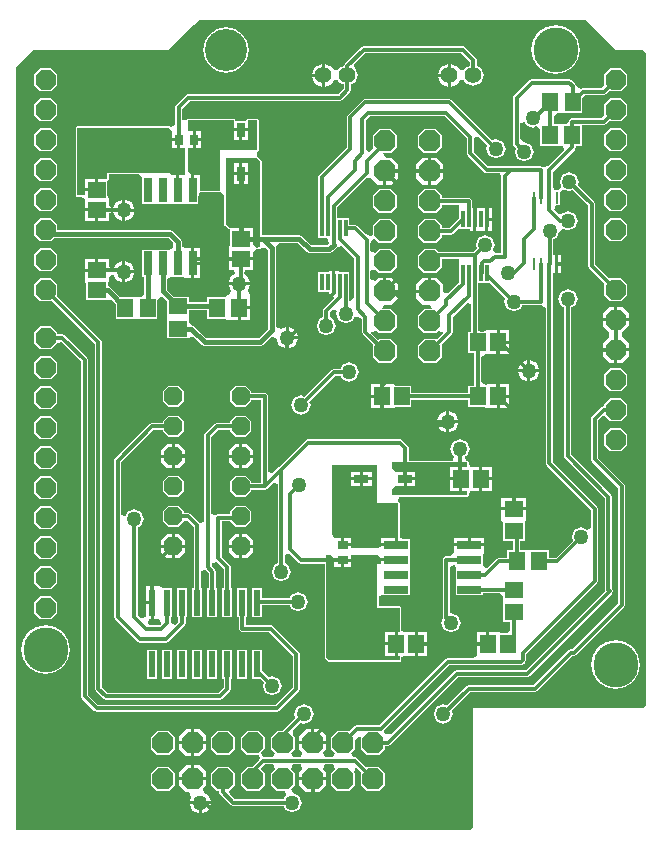
<source format=gtl>
%FSLAX24Y24*%
%MOIN*%
G70*
G01*
G75*
G04 Layer_Physical_Order=1*
G04 Layer_Color=255*
%ADD10R,0.0120X0.0570*%
%ADD11R,0.0280X0.0360*%
%ADD12R,0.0520X0.0600*%
%ADD13R,0.0100X0.0400*%
%ADD14R,0.0240X0.0870*%
%ADD15R,0.0520X0.0630*%
%ADD16R,0.0360X0.0280*%
%ADD17R,0.0480X0.0280*%
%ADD18R,0.0280X0.0480*%
%ADD19R,0.0800X0.0260*%
%ADD20R,0.0260X0.0800*%
%ADD21R,0.0630X0.0520*%
%ADD22R,0.0600X0.0520*%
%ADD23C,0.0120*%
%ADD24C,0.0150*%
%ADD25C,0.1500*%
%ADD26C,0.1400*%
G04:AMPARAMS|DCode=27|XSize=70mil|YSize=70mil|CornerRadius=0mil|HoleSize=0mil|Usage=FLASHONLY|Rotation=0.000|XOffset=0mil|YOffset=0mil|HoleType=Round|Shape=Octagon|*
%AMOCTAGOND27*
4,1,8,0.0350,-0.0175,0.0350,0.0175,0.0175,0.0350,-0.0175,0.0350,-0.0350,0.0175,-0.0350,-0.0175,-0.0175,-0.0350,0.0175,-0.0350,0.0350,-0.0175,0.0*
%
%ADD27OCTAGOND27*%

G04:AMPARAMS|DCode=28|XSize=70mil|YSize=70mil|CornerRadius=0mil|HoleSize=0mil|Usage=FLASHONLY|Rotation=90.000|XOffset=0mil|YOffset=0mil|HoleType=Round|Shape=Octagon|*
%AMOCTAGOND28*
4,1,8,0.0175,0.0350,-0.0175,0.0350,-0.0350,0.0175,-0.0350,-0.0175,-0.0175,-0.0350,0.0175,-0.0350,0.0350,-0.0175,0.0350,0.0175,0.0175,0.0350,0.0*
%
%ADD28OCTAGOND28*%

G04:AMPARAMS|DCode=29|XSize=60mil|YSize=60mil|CornerRadius=0mil|HoleSize=0mil|Usage=FLASHONLY|Rotation=0.000|XOffset=0mil|YOffset=0mil|HoleType=Round|Shape=Octagon|*
%AMOCTAGOND29*
4,1,8,0.0300,-0.0150,0.0300,0.0150,0.0150,0.0300,-0.0150,0.0300,-0.0300,0.0150,-0.0300,-0.0150,-0.0150,-0.0300,0.0150,-0.0300,0.0300,-0.0150,0.0*
%
%ADD29OCTAGOND29*%

%ADD30C,0.0560*%
G04:AMPARAMS|DCode=31|XSize=66mil|YSize=66mil|CornerRadius=0mil|HoleSize=0mil|Usage=FLASHONLY|Rotation=90.000|XOffset=0mil|YOffset=0mil|HoleType=Round|Shape=Octagon|*
%AMOCTAGOND31*
4,1,8,0.0165,0.0330,-0.0165,0.0330,-0.0330,0.0165,-0.0330,-0.0165,-0.0165,-0.0330,0.0165,-0.0330,0.0330,-0.0165,0.0330,0.0165,0.0165,0.0330,0.0*
%
%ADD31OCTAGOND31*%

%ADD32C,0.0500*%
G36*
X36700Y38600D02*
X37700Y37600D01*
X38594D01*
X38700Y37494D01*
X38700Y15756D01*
X38594Y15650D01*
X32950Y15650D01*
X32950Y11706D01*
X32844Y11600D01*
X17700D01*
Y37000D01*
X17817Y37129D01*
X18300Y37600D01*
X22775Y37600D01*
X23636Y38421D01*
X23800Y38600D01*
X24050D01*
X36700Y38600D01*
D02*
G37*
%LPC*%
G36*
X23125Y23400D02*
X22775D01*
X22600Y23225D01*
Y22875D01*
X22775Y22700D01*
X23125D01*
X23300Y22875D01*
Y23225D01*
X23125Y23400D01*
D02*
G37*
G36*
X33560Y23250D02*
X33250D01*
Y22900D01*
X33560D01*
Y23250D01*
D02*
G37*
G36*
X34715Y22660D02*
X34350D01*
Y22350D01*
X34715D01*
Y22660D01*
D02*
G37*
G36*
X18890Y23380D02*
X18510D01*
X18320Y23190D01*
Y22810D01*
X18510Y22620D01*
X18890D01*
X19080Y22810D01*
Y23190D01*
X18890Y23380D01*
D02*
G37*
G36*
Y24380D02*
X18510D01*
X18320Y24190D01*
Y23810D01*
X18510Y23620D01*
X18890D01*
X19080Y23810D01*
Y24190D01*
X18890Y24380D01*
D02*
G37*
G36*
X22900Y24000D02*
X22550D01*
Y23850D01*
X22750Y23650D01*
X22900D01*
Y24000D01*
D02*
G37*
G36*
X25375Y26400D02*
X25025D01*
X24850Y26225D01*
Y25875D01*
X25025Y25700D01*
X25375D01*
X25550Y25875D01*
Y25931D01*
X25881D01*
Y23169D01*
X25550D01*
Y23225D01*
X25375Y23400D01*
X25025D01*
X24850Y23225D01*
Y22875D01*
X25025Y22700D01*
X25375D01*
X25550Y22875D01*
Y22931D01*
X26000D01*
X26084Y22966D01*
X26292Y23174D01*
X26431Y23117D01*
Y20475D01*
X26320Y20430D01*
X26225Y20200D01*
X26320Y19970D01*
X26550Y19875D01*
X26780Y19970D01*
X26875Y20200D01*
X26780Y20430D01*
X26669Y20475D01*
Y20750D01*
X26819Y20813D01*
X27132Y20500D01*
X27216Y20465D01*
X27996D01*
X27996Y17356D01*
X28012Y17318D01*
X28012Y17318D01*
X28118Y17212D01*
X28156Y17196D01*
X28156Y17196D01*
X30500Y17196D01*
X30538Y17212D01*
X30554Y17250D01*
Y17366D01*
X30690Y17400D01*
X30690D01*
X30754D01*
X30815Y17400D01*
X31000D01*
Y17800D01*
Y18200D01*
X30900D01*
D01*
X30815D01*
X30754Y18200D01*
X30690D01*
X30690D01*
X30554Y18234D01*
Y19000D01*
X30538Y19038D01*
X30500Y19054D01*
X29804D01*
Y19386D01*
X29940Y19420D01*
X29954Y19420D01*
X30840D01*
Y19770D01*
X30840Y19780D01*
Y19850D01*
Y19920D01*
X30840Y19930D01*
Y20270D01*
X30840Y20280D01*
Y20350D01*
Y20420D01*
X30840Y20430D01*
Y20770D01*
X30840Y20780D01*
Y20850D01*
Y20920D01*
X30840Y20930D01*
Y21280D01*
X30643D01*
X30504Y21330D01*
Y22500D01*
X30488Y22538D01*
X30450Y22554D01*
X30470Y22696D01*
X32750D01*
X32788Y22712D01*
X32804Y22750D01*
Y22765D01*
X32840Y22900D01*
X32901D01*
X32965Y22900D01*
X33150D01*
Y23300D01*
Y23700D01*
X33000D01*
D01*
X32965D01*
X32901Y23700D01*
X32840D01*
X32804Y23835D01*
Y23850D01*
X32788Y23888D01*
X32750Y23904D01*
X32720D01*
X32690Y24054D01*
X32730Y24070D01*
X32825Y24300D01*
X32730Y24530D01*
X32500Y24625D01*
X32270Y24530D01*
X32175Y24300D01*
X32270Y24070D01*
X32310Y24054D01*
X32280Y23904D01*
X30797D01*
Y24322D01*
X30763Y24406D01*
X30584Y24584D01*
X30500Y24619D01*
X27450D01*
X27366Y24584D01*
X26466Y23684D01*
X26466Y23684D01*
X26258Y23476D01*
X26119Y23533D01*
Y26050D01*
X26084Y26134D01*
X26000Y26169D01*
X25550D01*
Y26225D01*
X25375Y26400D01*
D02*
G37*
G36*
X33560Y23700D02*
X33250D01*
Y23350D01*
X33560D01*
Y23700D01*
D02*
G37*
G36*
X34250Y22660D02*
X33885D01*
Y22350D01*
X34250D01*
Y22660D01*
D02*
G37*
G36*
X22900Y21450D02*
X22750D01*
X22550Y21250D01*
Y21100D01*
X22900D01*
Y21450D01*
D02*
G37*
G36*
X23150D02*
X23000D01*
Y21100D01*
X23350D01*
Y21250D01*
X23150Y21450D01*
D02*
G37*
G36*
X25150Y21000D02*
X24800D01*
Y20850D01*
X25000Y20650D01*
X25150D01*
Y21000D01*
D02*
G37*
G36*
X25600D02*
X25250D01*
Y20650D01*
X25400D01*
X25600Y20850D01*
Y21000D01*
D02*
G37*
G36*
X25150Y21450D02*
X25000D01*
X24800Y21250D01*
Y21100D01*
X25150D01*
Y21450D01*
D02*
G37*
G36*
X33310Y21330D02*
X32860D01*
Y21150D01*
X33310D01*
Y21330D01*
D02*
G37*
G36*
X18890Y22380D02*
X18510D01*
X18320Y22190D01*
Y21810D01*
X18510Y21620D01*
X18890D01*
X19080Y21810D01*
Y22190D01*
X18890Y22380D01*
D02*
G37*
G36*
X25400Y21450D02*
X25250D01*
Y21100D01*
X25600D01*
Y21250D01*
X25400Y21450D01*
D02*
G37*
G36*
X32760Y21330D02*
X32310D01*
Y21150D01*
X32760D01*
Y21330D01*
D02*
G37*
G36*
X23350Y24000D02*
X23000D01*
Y23650D01*
X23150D01*
X23350Y23850D01*
Y24000D01*
D02*
G37*
G36*
X32458Y25150D02*
X32150D01*
Y24842D01*
X32368Y24932D01*
X32458Y25150D01*
D02*
G37*
G36*
X37890Y25980D02*
X37510D01*
X37320Y25790D01*
Y25719D01*
X37300D01*
X37216Y25684D01*
X36916Y25384D01*
X36881Y25300D01*
Y23950D01*
X36916Y23866D01*
X37781Y23001D01*
Y19149D01*
X36251Y17619D01*
X36200D01*
X36116Y17584D01*
X34951Y16419D01*
X32800D01*
X32716Y16384D01*
X32061Y15729D01*
X31950Y15775D01*
X31720Y15680D01*
X31625Y15450D01*
X31720Y15220D01*
X31950Y15125D01*
X32180Y15220D01*
X32275Y15450D01*
X32229Y15561D01*
X32849Y16181D01*
X35000D01*
X35084Y16216D01*
X36249Y17381D01*
X36300D01*
X36384Y17416D01*
X37984Y19016D01*
X38019Y19100D01*
Y23050D01*
X37984Y23134D01*
X37119Y23999D01*
Y25251D01*
X37291Y25422D01*
X37320Y25410D01*
X37510Y25220D01*
X37890D01*
X38080Y25410D01*
Y25790D01*
X37890Y25980D01*
D02*
G37*
G36*
X25375Y25400D02*
X25025D01*
X24850Y25225D01*
Y25169D01*
X24400D01*
X24316Y25134D01*
X24016Y24834D01*
X23981Y24750D01*
Y21872D01*
X23849Y21838D01*
X23831Y21837D01*
X23534Y22134D01*
X23450Y22169D01*
X23300D01*
Y22225D01*
X23125Y22400D01*
X22775D01*
X22600Y22225D01*
Y21875D01*
X22775Y21700D01*
X23125D01*
X23300Y21875D01*
X23450Y21882D01*
X23631Y21701D01*
Y19659D01*
X23580D01*
Y18689D01*
X23920D01*
Y19659D01*
X23869D01*
Y20228D01*
X24001Y20262D01*
X24019Y20263D01*
X24131Y20151D01*
Y19659D01*
X24080D01*
Y18689D01*
X24420D01*
Y19659D01*
X24369D01*
Y20200D01*
X24334Y20284D01*
X24232Y20386D01*
X24246Y20498D01*
X24394Y20538D01*
X24631Y20301D01*
Y19659D01*
X24580D01*
Y18689D01*
X24920D01*
Y19659D01*
X24869D01*
Y20350D01*
X24834Y20434D01*
X24569Y20699D01*
Y21881D01*
X24850D01*
Y21875D01*
X25025Y21700D01*
X25375D01*
X25550Y21875D01*
Y22225D01*
X25375Y22400D01*
X25025D01*
X24850Y22225D01*
Y22119D01*
X24450D01*
X24366Y22084D01*
X24219Y22122D01*
Y24701D01*
X24449Y24931D01*
X24850D01*
Y24875D01*
X25025Y24700D01*
X25375D01*
X25550Y24875D01*
Y25225D01*
X25375Y25400D01*
D02*
G37*
G36*
X32050Y25150D02*
X31742D01*
X31832Y24932D01*
X32050Y24842D01*
Y25150D01*
D02*
G37*
G36*
Y25558D02*
X31832Y25468D01*
X31742Y25250D01*
X32050D01*
Y25558D01*
D02*
G37*
G36*
X29850Y26000D02*
X29540D01*
Y25650D01*
X29850D01*
Y26000D01*
D02*
G37*
G36*
X34135D02*
X33825D01*
Y25650D01*
X34135D01*
Y26000D01*
D02*
G37*
G36*
X32150Y25558D02*
Y25250D01*
X32458D01*
X32368Y25468D01*
X32150Y25558D01*
D02*
G37*
G36*
X18890Y26380D02*
X18510D01*
X18320Y26190D01*
Y25810D01*
X18510Y25620D01*
X18890D01*
X19080Y25810D01*
Y26190D01*
X18890Y26380D01*
D02*
G37*
G36*
X22900Y24450D02*
X22750D01*
X22550Y24250D01*
Y24100D01*
X22900D01*
Y24450D01*
D02*
G37*
G36*
X23150D02*
X23000D01*
Y24100D01*
X23350D01*
Y24250D01*
X23150Y24450D01*
D02*
G37*
G36*
X25150Y24000D02*
X24800D01*
Y23850D01*
X25000Y23650D01*
X25150D01*
Y24000D01*
D02*
G37*
G36*
X25600D02*
X25250D01*
Y23650D01*
X25400D01*
X25600Y23850D01*
Y24000D01*
D02*
G37*
G36*
X25150Y24450D02*
X25000D01*
X24800Y24250D01*
Y24100D01*
X25150D01*
Y24450D01*
D02*
G37*
G36*
X18890Y25380D02*
X18510D01*
X18320Y25190D01*
Y24810D01*
X18510Y24620D01*
X18890D01*
X19080Y24810D01*
Y25190D01*
X18890Y25380D01*
D02*
G37*
G36*
X23125Y25400D02*
X22775D01*
X22600Y25225D01*
Y25169D01*
X22250D01*
X22166Y25134D01*
X21016Y23984D01*
X20981Y23900D01*
Y18700D01*
X21016Y18616D01*
X21766Y17866D01*
X21850Y17831D01*
X22700D01*
X22784Y17866D01*
X23334Y18416D01*
X23344Y18440D01*
X23369Y18500D01*
Y18689D01*
X23420D01*
Y19659D01*
X23080D01*
Y18689D01*
X23105D01*
X23120Y18539D01*
X22996Y18414D01*
X22869Y18499D01*
X22869Y18500D01*
Y18689D01*
X22920D01*
Y19659D01*
X22620D01*
X22599Y19659D01*
X22470Y19709D01*
X22469D01*
X22451Y19709D01*
X22300D01*
Y19174D01*
Y18639D01*
X22451D01*
X22469Y18639D01*
X22470D01*
X22522Y18604D01*
X22537Y18455D01*
X22501Y18419D01*
X22156D01*
X22103Y18489D01*
X22153Y18612D01*
X22177Y18639D01*
X22200D01*
Y19124D01*
X22030D01*
Y18773D01*
Y18773D01*
X22030Y18763D01*
X22030Y18719D01*
Y18713D01*
Y18701D01*
X22024Y18698D01*
X22013Y18694D01*
X21999Y18688D01*
X21940Y18663D01*
X21940Y18663D01*
X21880Y18638D01*
X21769Y18749D01*
Y21675D01*
X21880Y21720D01*
X21975Y21950D01*
X21880Y22180D01*
X21650Y22275D01*
X21420Y22180D01*
X21369Y22056D01*
X21219Y22086D01*
Y23851D01*
X22299Y24931D01*
X22600D01*
Y24875D01*
X22775Y24700D01*
X23125D01*
X23300Y24875D01*
Y25225D01*
X23125Y25400D01*
D02*
G37*
G36*
X25400Y24450D02*
X25250D01*
Y24100D01*
X25600D01*
Y24250D01*
X25400Y24450D01*
D02*
G37*
G36*
X37890Y24980D02*
X37510D01*
X37320Y24790D01*
Y24410D01*
X37510Y24220D01*
X37890D01*
X38080Y24410D01*
Y24790D01*
X37890Y24980D01*
D02*
G37*
G36*
X24800Y14900D02*
X24400D01*
X24200Y14700D01*
Y14300D01*
X24400Y14100D01*
X24800D01*
X25000Y14300D01*
Y14700D01*
X24800Y14900D01*
D02*
G37*
G36*
X23550Y14950D02*
X23375D01*
X23150Y14725D01*
Y14550D01*
X23550D01*
Y14950D01*
D02*
G37*
G36*
X24050Y14450D02*
X23650D01*
Y14050D01*
X23825D01*
X24050Y14275D01*
Y14450D01*
D02*
G37*
G36*
X22800Y14900D02*
X22400D01*
X22200Y14700D01*
Y14300D01*
X22400Y14100D01*
X22800D01*
X23000Y14300D01*
Y14700D01*
X22800Y14900D01*
D02*
G37*
G36*
X23825Y14950D02*
X23650D01*
Y14550D01*
X24050D01*
Y14725D01*
X23825Y14950D01*
D02*
G37*
G36*
X18890Y28380D02*
X18510D01*
X18320Y28190D01*
Y27810D01*
X18510Y27620D01*
X18890D01*
X19080Y27810D01*
Y27810D01*
X19230Y27852D01*
X19881Y27201D01*
Y16050D01*
X19916Y15966D01*
X20316Y15566D01*
X20340Y15556D01*
X20400Y15531D01*
X26400D01*
X26484Y15566D01*
X27134Y16216D01*
X27169Y16300D01*
Y17450D01*
X27134Y17534D01*
X26284Y18384D01*
X26200Y18419D01*
X25369D01*
Y18689D01*
X25420D01*
Y19659D01*
X25080D01*
Y18689D01*
X25131D01*
Y18300D01*
X25166Y18216D01*
X25250Y18181D01*
X26151D01*
X26931Y17401D01*
Y16349D01*
X26351Y15769D01*
X20449D01*
X20119Y16099D01*
Y27250D01*
X20084Y27334D01*
X19334Y28084D01*
X19250Y28119D01*
X19080D01*
Y28190D01*
X18890Y28380D01*
D02*
G37*
G36*
Y29980D02*
X18510D01*
X18320Y29790D01*
Y29410D01*
X18510Y29220D01*
X18890D01*
X18901Y29231D01*
X20331Y27801D01*
Y16300D01*
X20366Y16216D01*
X20616Y15966D01*
X20640Y15956D01*
X20700Y15931D01*
X24500D01*
X24584Y15966D01*
X24834Y16216D01*
X24844Y16240D01*
X24869Y16300D01*
Y16635D01*
X24920D01*
Y17605D01*
X24580D01*
Y16635D01*
X24631D01*
Y16349D01*
X24451Y16169D01*
X20749D01*
X20569Y16349D01*
Y27850D01*
X20534Y27934D01*
X19069Y29399D01*
X19080Y29410D01*
Y29790D01*
X18890Y29980D01*
D02*
G37*
G36*
X27550Y14950D02*
X27375D01*
X27150Y14725D01*
Y14550D01*
X27550D01*
Y14950D01*
D02*
G37*
G36*
X27825D02*
X27650D01*
Y14550D01*
X28050D01*
Y14725D01*
X27825Y14950D01*
D02*
G37*
G36*
X24050Y13250D02*
X23150D01*
Y13075D01*
X23375Y12850D01*
X23468D01*
X23554Y12700D01*
X23492Y12550D01*
X24208D01*
X24118Y12768D01*
X23977Y12826D01*
X23948Y12973D01*
X24050Y13075D01*
Y13250D01*
D02*
G37*
G36*
X27550D02*
X27150D01*
Y13075D01*
X27375Y12850D01*
X27550D01*
Y13250D01*
D02*
G37*
G36*
X23800Y12450D02*
X23492D01*
X23582Y12232D01*
X23800Y12142D01*
Y12450D01*
D02*
G37*
G36*
X24208D02*
X23900D01*
Y12142D01*
X24118Y12232D01*
X24208Y12450D01*
D02*
G37*
G36*
X28050Y13250D02*
X27650D01*
Y12850D01*
X27825D01*
X28050Y13075D01*
Y13250D01*
D02*
G37*
G36*
X23825Y13750D02*
X23650D01*
Y13350D01*
X24050D01*
Y13525D01*
X23825Y13750D01*
D02*
G37*
G36*
X23550Y14450D02*
X23150D01*
Y14275D01*
X23375Y14050D01*
X23550D01*
Y14450D01*
D02*
G37*
G36*
X22800Y13700D02*
X22400D01*
X22200Y13500D01*
Y13100D01*
X22400Y12900D01*
X22800D01*
X23000Y13100D01*
Y13500D01*
X22800Y13700D01*
D02*
G37*
G36*
X23550Y13750D02*
X23375D01*
X23150Y13525D01*
Y13350D01*
X23550D01*
Y13750D01*
D02*
G37*
G36*
X25920Y17605D02*
X25580D01*
Y16635D01*
X25847D01*
X25971Y16511D01*
X25925Y16400D01*
X26020Y16170D01*
X26250Y16075D01*
X26480Y16170D01*
X26575Y16400D01*
X26480Y16630D01*
X26250Y16725D01*
X26139Y16679D01*
X25920Y16898D01*
Y17605D01*
D02*
G37*
G36*
X18890Y19380D02*
X18510D01*
X18320Y19190D01*
Y18810D01*
X18510Y18620D01*
X18890D01*
X19080Y18810D01*
Y19190D01*
X18890Y19380D01*
D02*
G37*
G36*
X25920Y19659D02*
X25580D01*
Y18689D01*
X25920D01*
Y19081D01*
X26825D01*
X26870Y18970D01*
X27100Y18875D01*
X27330Y18970D01*
X27425Y19200D01*
X27330Y19430D01*
X27100Y19525D01*
X26870Y19430D01*
X26825Y19319D01*
X25920D01*
Y19659D01*
D02*
G37*
G36*
X31410Y18200D02*
X31100D01*
Y17850D01*
X31410D01*
Y18200D01*
D02*
G37*
G36*
X33375D02*
X33065D01*
Y17850D01*
X33375D01*
Y18200D01*
D02*
G37*
G36*
X22200Y19709D02*
X22030D01*
Y19224D01*
X22200D01*
Y19709D01*
D02*
G37*
G36*
X22900Y21000D02*
X22550D01*
Y20850D01*
X22750Y20650D01*
X22900D01*
Y21000D01*
D02*
G37*
G36*
X23350D02*
X23000D01*
Y20650D01*
X23150D01*
X23350Y20850D01*
Y21000D01*
D02*
G37*
G36*
X18890Y20380D02*
X18510D01*
X18320Y20190D01*
Y19810D01*
X18510Y19620D01*
X18890D01*
X19080Y19810D01*
Y20190D01*
X18890Y20380D01*
D02*
G37*
G36*
Y21380D02*
X18510D01*
X18320Y21190D01*
Y20810D01*
X18510Y20620D01*
X18890D01*
X19080Y20810D01*
Y21190D01*
X18890Y21380D01*
D02*
G37*
G36*
X22920Y17605D02*
X22580D01*
Y16635D01*
X22920D01*
Y17605D01*
D02*
G37*
G36*
X23420D02*
X23080D01*
Y16635D01*
X23420D01*
Y17605D01*
D02*
G37*
G36*
X37700Y17916D02*
X37388Y17854D01*
X37123Y17677D01*
X36946Y17412D01*
X36884Y17100D01*
X36946Y16788D01*
X37123Y16523D01*
X37388Y16346D01*
X37700Y16284D01*
X38012Y16346D01*
X38277Y16523D01*
X38454Y16788D01*
X38516Y17100D01*
X38454Y17412D01*
X38277Y17677D01*
X38012Y17854D01*
X37700Y17916D01*
D02*
G37*
G36*
X22420Y17605D02*
X22080D01*
Y16635D01*
X22420D01*
Y17605D01*
D02*
G37*
G36*
X23920D02*
X23580D01*
Y16635D01*
X23920D01*
Y17605D01*
D02*
G37*
G36*
X18700Y18416D02*
X18388Y18354D01*
X18123Y18177D01*
X17946Y17912D01*
X17884Y17600D01*
X17946Y17288D01*
X18123Y17023D01*
X18388Y16846D01*
X18700Y16784D01*
X19012Y16846D01*
X19277Y17023D01*
X19454Y17288D01*
X19516Y17600D01*
X19454Y17912D01*
X19277Y18177D01*
X19012Y18354D01*
X18700Y18416D01*
D02*
G37*
G36*
X31410Y17750D02*
X31100D01*
Y17400D01*
X31410D01*
Y17750D01*
D02*
G37*
G36*
X24420Y17605D02*
X24080D01*
Y16635D01*
X24420D01*
Y17605D01*
D02*
G37*
G36*
X25420D02*
X25080D01*
Y16635D01*
X25420D01*
Y17605D01*
D02*
G37*
G36*
X33560Y32335D02*
X33450D01*
Y32000D01*
X33560D01*
Y32335D01*
D02*
G37*
G36*
X30200Y32950D02*
X29800D01*
X29600Y32750D01*
Y32350D01*
X29800Y32150D01*
X30200D01*
X30400Y32350D01*
Y32750D01*
X30200Y32950D01*
D02*
G37*
G36*
X21658Y32200D02*
X21350D01*
Y31892D01*
X21568Y31982D01*
X21629Y32130D01*
X21658Y32200D01*
D02*
G37*
G36*
X20350Y32210D02*
X20000D01*
Y31900D01*
X20350D01*
Y32210D01*
D02*
G37*
G36*
X21350Y32608D02*
Y32300D01*
X21658D01*
X21568Y32518D01*
X21350Y32608D01*
D02*
G37*
G36*
X30450Y33500D02*
X30050D01*
Y33100D01*
X30225D01*
X30450Y33325D01*
Y33500D01*
D02*
G37*
G36*
X18890Y32980D02*
X18510D01*
X18320Y32790D01*
Y32410D01*
X18510Y32220D01*
X18890D01*
X19080Y32410D01*
Y32790D01*
X18890Y32980D01*
D02*
G37*
G36*
X37890D02*
X37510D01*
X37320Y32790D01*
Y32410D01*
X37510Y32220D01*
X37890D01*
X38080Y32410D01*
Y32790D01*
X37890Y32980D01*
D02*
G37*
G36*
X31700Y32950D02*
X31300D01*
X31100Y32750D01*
Y32350D01*
X31300Y32150D01*
X31700D01*
X31900Y32350D01*
Y32431D01*
X32480D01*
X32490Y32285D01*
X32490Y32285D01*
X32490Y32285D01*
Y32008D01*
X32151Y31669D01*
X31900D01*
Y31750D01*
X31700Y31950D01*
X31300D01*
X31100Y31750D01*
Y31350D01*
X31300Y31150D01*
X31700D01*
X31900Y31350D01*
Y31431D01*
X32200D01*
X32284Y31466D01*
X32367Y31549D01*
X32490Y31615D01*
Y31615D01*
X32490Y31615D01*
X32840D01*
Y31565D01*
X32950D01*
Y31950D01*
Y32335D01*
X32919D01*
Y32550D01*
X32884Y32634D01*
X32800Y32669D01*
X31900D01*
Y32750D01*
X31700Y32950D01*
D02*
G37*
G36*
X20350Y30610D02*
X20000D01*
Y30300D01*
X20350D01*
Y30610D01*
D02*
G37*
G36*
X35890Y30742D02*
X35790D01*
Y30492D01*
X35890D01*
Y30742D01*
D02*
G37*
G36*
X18890Y30980D02*
X18510D01*
X18320Y30790D01*
Y30410D01*
X18510Y30220D01*
X18890D01*
X19080Y30410D01*
Y30790D01*
X18890Y30980D01*
D02*
G37*
G36*
X21350Y30558D02*
Y30250D01*
X21658D01*
X21568Y30468D01*
X21350Y30558D01*
D02*
G37*
G36*
X33160Y32335D02*
Y32335D01*
X33050D01*
Y31950D01*
Y31565D01*
X33160D01*
Y31565D01*
X33240D01*
Y31565D01*
X33350D01*
Y31950D01*
Y32335D01*
X33240D01*
Y32335D01*
X33160D01*
D02*
G37*
G36*
X33560Y31900D02*
X33450D01*
Y31565D01*
X33560D01*
Y31900D01*
D02*
G37*
G36*
X23650Y30990D02*
Y30540D01*
X23830D01*
Y30990D01*
X23650D01*
D02*
G37*
G36*
X37890Y31980D02*
X37510D01*
X37320Y31790D01*
Y31410D01*
X37510Y31220D01*
X37890D01*
X38080Y31410D01*
Y31790D01*
X37890Y31980D01*
D02*
G37*
G36*
X31450Y33500D02*
X31050D01*
Y33325D01*
X31275Y33100D01*
X31450D01*
Y33500D01*
D02*
G37*
G36*
X32100Y36700D02*
X31759D01*
X31859Y36459D01*
X32100Y36359D01*
Y36700D01*
D02*
G37*
G36*
X35700Y38416D02*
X35388Y38354D01*
X35123Y38177D01*
X34946Y37912D01*
X34884Y37600D01*
X34946Y37288D01*
X35123Y37023D01*
X35388Y36846D01*
X35700Y36784D01*
X36012Y36846D01*
X36277Y37023D01*
X36454Y37288D01*
X36516Y37600D01*
X36454Y37912D01*
X36277Y38177D01*
X36012Y38354D01*
X35700Y38416D01*
D02*
G37*
G36*
X18890Y36980D02*
X18510D01*
X18320Y36790D01*
Y36410D01*
X18510Y36220D01*
X18890D01*
X19080Y36410D01*
Y36790D01*
X18890Y36980D01*
D02*
G37*
G36*
X27900Y36700D02*
X27559D01*
X27659Y36459D01*
X27900Y36359D01*
Y36700D01*
D02*
G37*
G36*
X24700Y38365D02*
X24407Y38306D01*
X24159Y38141D01*
X23994Y37893D01*
X23935Y37600D01*
X23994Y37307D01*
X24159Y37059D01*
X24407Y36894D01*
X24700Y36835D01*
X24993Y36894D01*
X25241Y37059D01*
X25406Y37307D01*
X25465Y37600D01*
X25406Y37893D01*
X25241Y38141D01*
X24993Y38306D01*
X24700Y38365D01*
D02*
G37*
G36*
X32600Y37719D02*
X29300D01*
X29216Y37684D01*
X28660Y37128D01*
X28632Y37061D01*
X28491Y37003D01*
X28455Y36916D01*
X28293D01*
X28241Y37041D01*
X28000Y37141D01*
Y36750D01*
Y36359D01*
X28241Y36459D01*
X28293Y36584D01*
X28455D01*
X28491Y36497D01*
X28625Y36442D01*
Y36293D01*
X28451Y36119D01*
X23450D01*
X23366Y36084D01*
X23050Y35768D01*
X23015Y35684D01*
Y35075D01*
X22884Y35033D01*
X22865Y35030D01*
X22863Y35032D01*
X22860Y35038D01*
X22846Y35044D01*
X22835Y35053D01*
X22828Y35052D01*
X22822Y35054D01*
X19750D01*
X19712Y35038D01*
X19696Y35000D01*
Y32750D01*
X19712Y32712D01*
X19750Y32696D01*
X19881D01*
X20000Y32620D01*
Y32556D01*
X20000Y32500D01*
D01*
Y32495D01*
D01*
Y32310D01*
X20400D01*
Y32260D01*
X20450D01*
Y31900D01*
X20800D01*
Y32090D01*
Y32151D01*
X20950Y32180D01*
X20950Y32180D01*
D01*
X21032Y31982D01*
X21250Y31892D01*
Y32250D01*
Y32608D01*
X21032Y32518D01*
X20950Y32320D01*
X20916Y32326D01*
Y32326D01*
X20916Y32326D01*
Y32326D01*
X20916D01*
X20800Y32410D01*
Y32495D01*
X20800Y32556D01*
Y32620D01*
X20750Y32749D01*
Y32770D01*
Y33241D01*
X20788Y33256D01*
X20804Y33295D01*
Y33446D01*
X21806D01*
X21920Y33360D01*
X21920Y33296D01*
Y32460D01*
X22270D01*
X22280Y32460D01*
X22350D01*
X22420D01*
X22430Y32460D01*
X22770D01*
X22780Y32460D01*
X22850D01*
X22920D01*
X22930Y32460D01*
X23270D01*
X23280Y32460D01*
X23280Y32460D01*
X23420D01*
Y32460D01*
X23420Y32460D01*
X23780D01*
Y32707D01*
X23830Y32846D01*
X24496D01*
X24501Y32846D01*
X24646Y32773D01*
Y31769D01*
X24648Y31764D01*
X24647Y31760D01*
X24655Y31746D01*
X24662Y31730D01*
X24666Y31729D01*
X24668Y31725D01*
X24818Y31616D01*
X24835Y31612D01*
X24850Y31606D01*
Y31135D01*
Y31115D01*
X24800Y30985D01*
Y30921D01*
X24800Y30861D01*
Y30675D01*
X25600D01*
Y30844D01*
X25604Y30850D01*
X25627Y30879D01*
X25695Y30939D01*
X25712Y30953D01*
X25715Y30953D01*
X25750Y30955D01*
X25853Y30961D01*
X25870Y30969D01*
X25888Y30976D01*
X25910Y30985D01*
X25982Y31008D01*
X25992Y31009D01*
X26115Y30898D01*
Y28306D01*
X25794Y27985D01*
X24056D01*
X23650Y28392D01*
X23554Y28431D01*
X23465Y28520D01*
Y28590D01*
X23465Y28606D01*
Y28673D01*
Y28740D01*
X23465Y28756D01*
Y28915D01*
X24086D01*
Y28635D01*
X24640D01*
X24661Y28635D01*
X24790Y28585D01*
X24794D01*
X24835Y28585D01*
X25100D01*
Y29000D01*
X25150D01*
Y29050D01*
X25510D01*
Y29415D01*
D01*
X25497D01*
D01*
D01*
X25431Y29565D01*
D01*
D01*
X25508Y29750D01*
X24792D01*
X24869Y29565D01*
X24803Y29415D01*
X24794D01*
X24790D01*
X24661Y29365D01*
X24640Y29365D01*
X24086D01*
Y29185D01*
X23465D01*
Y29360D01*
X22981D01*
X22735Y29606D01*
Y29904D01*
X22756Y29966D01*
X22885Y30040D01*
X22920D01*
X22930Y30040D01*
X23220D01*
X23241Y30040D01*
X23370Y29990D01*
X23373D01*
X23409Y29990D01*
X23550D01*
Y30490D01*
Y30990D01*
X23409D01*
X23373Y30990D01*
X23370D01*
X23370D01*
X23235Y31027D01*
Y31200D01*
X23196Y31296D01*
X22946Y31546D01*
X22850Y31585D01*
X19080D01*
Y31790D01*
X18890Y31980D01*
X18510D01*
X18320Y31790D01*
Y31410D01*
X18510Y31220D01*
X18890D01*
X18985Y31315D01*
X22794D01*
X22954Y31154D01*
X22933Y31007D01*
X22815Y30940D01*
X22780D01*
X22770Y30940D01*
X22430D01*
X22420Y30940D01*
X22350D01*
X22280D01*
X22270Y30940D01*
X21920D01*
Y30040D01*
X21965D01*
Y29471D01*
X21859Y29365D01*
X21806D01*
X21790Y29365D01*
X21723D01*
X21656D01*
X21640Y29365D01*
X21172D01*
X20866Y29671D01*
X20771Y29711D01*
X20786Y29854D01*
X20800Y29890D01*
Y29954D01*
X20800Y30015D01*
Y30040D01*
X20916Y30124D01*
X20916D01*
Y30124D01*
X20916Y30124D01*
Y30124D01*
X20950Y30130D01*
X21032Y29932D01*
X21250Y29842D01*
Y30200D01*
Y30558D01*
X21032Y30468D01*
X20950Y30270D01*
X20916Y30276D01*
Y30276D01*
X20916Y30276D01*
Y30276D01*
X20916D01*
X20800Y30360D01*
Y30610D01*
X20450D01*
Y30250D01*
X20400D01*
Y30200D01*
X20000D01*
Y30015D01*
X20000Y29954D01*
Y29890D01*
X20050Y29761D01*
Y29740D01*
Y29265D01*
X20750D01*
X20750Y29265D01*
Y29265D01*
X20897Y29258D01*
X21036Y29119D01*
Y28635D01*
X21640D01*
X21656Y28635D01*
X21723D01*
X21790D01*
X21806Y28635D01*
X22410D01*
Y29223D01*
X22410Y29226D01*
X22410Y29226D01*
X22410Y29249D01*
X22547Y29369D01*
X22593Y29366D01*
X22593D01*
X22735Y29224D01*
Y28756D01*
X22735Y28740D01*
Y28673D01*
Y28606D01*
X22735Y28590D01*
Y27986D01*
X23465D01*
Y27986D01*
X23615Y28044D01*
X23904Y27754D01*
X24000Y27715D01*
X25850D01*
X25946Y27754D01*
X26233Y28041D01*
X26381Y27977D01*
X26482Y27732D01*
X26700Y27642D01*
Y28000D01*
Y28358D01*
X26535Y28290D01*
X26385Y28367D01*
Y31000D01*
X26379Y31015D01*
X26473Y31165D01*
X27094D01*
X27404Y30854D01*
X27500Y30815D01*
X28150D01*
X28246Y30854D01*
X28396Y31004D01*
X28401Y31018D01*
X28574Y31058D01*
X28981Y30651D01*
Y29327D01*
X28831Y29237D01*
X28819Y29243D01*
Y29850D01*
X28810Y29872D01*
Y30185D01*
X28460D01*
Y30235D01*
X28350D01*
Y29850D01*
X28250D01*
Y30235D01*
X28140D01*
Y30185D01*
X27790D01*
Y29515D01*
X28140D01*
Y29465D01*
X28234D01*
X28297Y29315D01*
X27966Y28984D01*
X27931Y28900D01*
Y28675D01*
X27820Y28630D01*
X27725Y28400D01*
X27820Y28170D01*
X28050Y28075D01*
X28280Y28170D01*
X28375Y28400D01*
X28280Y28630D01*
X28169Y28675D01*
Y28851D01*
X28280Y28961D01*
X28407Y28876D01*
X28375Y28800D01*
X28470Y28570D01*
X28700Y28475D01*
X28930Y28570D01*
X28973Y28676D01*
X29118Y28707D01*
X29231Y28609D01*
Y28200D01*
X29266Y28116D01*
X29616Y27766D01*
X29600Y27750D01*
Y27350D01*
X29800Y27150D01*
X30200D01*
X30400Y27350D01*
Y27750D01*
X30200Y27950D01*
X29800D01*
X29784Y27934D01*
X29552Y28166D01*
X29557Y28181D01*
X29727Y28223D01*
X29800Y28150D01*
X30200D01*
X30400Y28350D01*
Y28750D01*
X30200Y28950D01*
X29927D01*
X29915Y28968D01*
X29987Y29100D01*
X30225D01*
X30450Y29325D01*
Y29500D01*
X30000D01*
Y29550D01*
X29950D01*
Y30000D01*
X29775D01*
X29669Y29894D01*
X29519Y29956D01*
Y30219D01*
X29669Y30281D01*
X29800Y30150D01*
X30200D01*
X30400Y30350D01*
Y30750D01*
X30200Y30950D01*
X29800D01*
X29669Y30819D01*
X29519Y30881D01*
Y31115D01*
X29562Y31247D01*
X29562Y31247D01*
Y31247D01*
X29593Y31267D01*
X29608Y31277D01*
X29608Y31277D01*
X29610Y31278D01*
X29649Y31290D01*
X29654Y31291D01*
X29657Y31292D01*
X29658Y31292D01*
X29658Y31292D01*
X29662Y31288D01*
X29662Y31288D01*
X29800Y31150D01*
X30200D01*
X30400Y31350D01*
Y31750D01*
X30200Y31950D01*
X29800D01*
X29600Y31750D01*
Y31432D01*
Y31432D01*
X29600Y31417D01*
X29600Y31417D01*
X29599Y31417D01*
X29599Y31416D01*
X29547Y31400D01*
X29545Y31399D01*
X29496Y31383D01*
X29372Y31446D01*
X29084Y31734D01*
X29000Y31769D01*
X28810D01*
Y31985D01*
X28419D01*
Y32351D01*
X29400Y33332D01*
X29550Y33325D01*
X29550Y33325D01*
X29578Y33297D01*
X29775Y33100D01*
X29950D01*
Y33550D01*
X30000D01*
Y33600D01*
X30450D01*
Y33775D01*
X30225Y34000D01*
X30034D01*
X29953Y34150D01*
X30200D01*
X30400Y34350D01*
Y34750D01*
X30200Y34950D01*
X29800D01*
X29600Y34750D01*
Y34350D01*
Y34302D01*
X29476Y34205D01*
X29369Y34250D01*
Y35251D01*
X29499Y35381D01*
X32001D01*
X32731Y34651D01*
Y34150D01*
X32766Y34066D01*
X33316Y33516D01*
X33340Y33506D01*
X33400Y33481D01*
X33827D01*
X33881Y33400D01*
Y30819D01*
X33721D01*
X33623Y30937D01*
X33616Y30958D01*
X33675Y31100D01*
X33580Y31330D01*
X33350Y31425D01*
X33120Y31330D01*
X33025Y31100D01*
X33071Y30989D01*
X32951Y30869D01*
X31781D01*
X31700Y30950D01*
X31300D01*
X31100Y30750D01*
Y30350D01*
X31300Y30150D01*
X31700D01*
X31900Y30350D01*
Y30631D01*
X32480D01*
X32490Y30485D01*
X32490Y30485D01*
X32490Y30485D01*
Y30172D01*
X32481Y30150D01*
Y29849D01*
X32100Y29468D01*
X31950Y29531D01*
Y29775D01*
X31725Y30000D01*
X31550D01*
Y29550D01*
X31500D01*
Y29500D01*
X31050D01*
Y29325D01*
X31275Y29100D01*
X31513D01*
X31585Y28968D01*
X31573Y28950D01*
X31300D01*
X31100Y28750D01*
Y28350D01*
X31300Y28150D01*
X31700D01*
X31773Y28223D01*
X31943Y28181D01*
X31948Y28166D01*
X31716Y27934D01*
X31700Y27950D01*
X31300D01*
X31100Y27750D01*
Y27350D01*
X31300Y27150D01*
X31700D01*
X31900Y27350D01*
Y27750D01*
X31884Y27766D01*
X32234Y28116D01*
X32269Y28200D01*
Y28701D01*
X32742Y29174D01*
X32881Y29117D01*
Y28200D01*
X32790D01*
Y27500D01*
X32981D01*
Y26400D01*
X32790D01*
Y26169D01*
X30885D01*
Y26400D01*
X30410D01*
X30389D01*
X30260Y26450D01*
X30196D01*
X30135Y26450D01*
X29950D01*
Y26050D01*
Y25650D01*
X30135D01*
X30196Y25650D01*
X30260D01*
X30389Y25700D01*
X30410D01*
X30885D01*
Y25931D01*
X32790D01*
Y25700D01*
X33265D01*
X33285D01*
X33415Y25650D01*
X33479D01*
X33539Y25650D01*
X33725D01*
Y26050D01*
Y26450D01*
X33539D01*
X33479Y26450D01*
X33415D01*
X33369Y26432D01*
X33221Y26527D01*
X33219Y26531D01*
Y27369D01*
X33221Y27373D01*
X33369Y27468D01*
X33415Y27450D01*
X33479D01*
X33539Y27450D01*
X33725D01*
Y27850D01*
Y28250D01*
X33539D01*
X33479Y28250D01*
X33415D01*
X33285Y28200D01*
X33269D01*
X33119Y28211D01*
Y29815D01*
X33510D01*
X33510Y29815D01*
Y29815D01*
X33618Y29714D01*
X34021Y29311D01*
X33975Y29200D01*
X34070Y28970D01*
X34300Y28875D01*
X34530Y28970D01*
X34575Y29081D01*
X35211D01*
X35222Y29081D01*
X35222D01*
X35361Y28976D01*
Y23820D01*
X35396Y23736D01*
X36881Y22251D01*
Y21674D01*
X36731Y21600D01*
X36550Y21675D01*
X36320Y21580D01*
X36225Y21350D01*
X36271Y21239D01*
X35701Y20669D01*
X35460D01*
Y20915D01*
X34856D01*
X34840Y20915D01*
X34773D01*
X34706D01*
X34690Y20915D01*
X34515D01*
Y21236D01*
X34665D01*
Y21790D01*
X34665Y21811D01*
X34715Y21940D01*
Y21944D01*
X34715Y21985D01*
Y22250D01*
X33885D01*
Y22000D01*
D01*
Y21985D01*
X33885Y21944D01*
Y21940D01*
X33935Y21811D01*
X33935Y21790D01*
Y21236D01*
X34277D01*
Y20915D01*
X34086D01*
Y20669D01*
X33800D01*
X33716Y20634D01*
X33410Y20328D01*
X33370Y20334D01*
X33267Y20414D01*
X33260Y20430D01*
Y20435D01*
Y20720D01*
X33260Y20741D01*
X33310Y20870D01*
Y20873D01*
X33310Y20909D01*
Y21050D01*
X32310D01*
Y21006D01*
Y21006D01*
Y20909D01*
X32310Y20873D01*
Y20870D01*
X32310Y20869D01*
X32208Y20719D01*
X32050D01*
X31966Y20684D01*
X31931Y20600D01*
Y18650D01*
X31934Y18642D01*
X31875Y18500D01*
X31970Y18270D01*
X32200Y18175D01*
X32430Y18270D01*
X32525Y18500D01*
X32430Y18730D01*
X32200Y18825D01*
X32169Y18845D01*
Y20344D01*
X32319Y20439D01*
X32328Y20435D01*
X32360Y20331D01*
Y20280D01*
X32360Y20270D01*
Y19930D01*
X32360Y19920D01*
Y19850D01*
Y19780D01*
X32360Y19770D01*
Y19420D01*
X33260D01*
Y19481D01*
X33829D01*
X33935Y19375D01*
Y19306D01*
X33935Y19290D01*
Y19223D01*
Y19156D01*
X33935Y19140D01*
Y18536D01*
X34181D01*
Y18256D01*
X34075Y18150D01*
X33935D01*
X33915D01*
X33785Y18200D01*
X33721D01*
X33661Y18200D01*
X33475D01*
Y17800D01*
X33425D01*
Y17750D01*
X33065D01*
Y17469D01*
X33065Y17400D01*
X32949Y17319D01*
X32949Y17319D01*
X32100D01*
X32040Y17294D01*
X32016Y17284D01*
X29811Y15079D01*
X29060D01*
X28976Y15044D01*
X28816Y14884D01*
X28800Y14900D01*
X28400D01*
X28200Y14700D01*
Y14300D01*
X28331Y14169D01*
X28269Y14019D01*
X28006D01*
X27944Y14169D01*
X28050Y14275D01*
Y14450D01*
X27150D01*
Y14275D01*
X27256Y14169D01*
X27194Y14019D01*
X26931D01*
X26869Y14169D01*
X27000Y14300D01*
Y14700D01*
X26934Y14766D01*
Y14916D01*
X27189Y15171D01*
X27300Y15125D01*
X27530Y15220D01*
X27625Y15450D01*
X27530Y15680D01*
X27300Y15775D01*
X27070Y15680D01*
X26975Y15450D01*
X27021Y15339D01*
X26582Y14900D01*
X26400D01*
X26200Y14700D01*
Y14300D01*
X26331Y14169D01*
X26269Y14019D01*
X25988D01*
D01*
X25952Y14019D01*
X25950D01*
X25930Y14023D01*
X25863Y14163D01*
X25891Y14191D01*
X25891Y14191D01*
X26000Y14300D01*
Y14700D01*
X25800Y14900D01*
X25400D01*
X25200Y14700D01*
Y14300D01*
X25400Y14100D01*
X25698D01*
X25698D01*
X25783Y14100D01*
X25783Y14100D01*
X25784Y14098D01*
X25785Y14097D01*
X25788Y14092D01*
X25795Y14079D01*
X25804Y14063D01*
X25832Y14012D01*
X25837Y14003D01*
X25848Y13983D01*
X25848Y13983D01*
X25851Y13977D01*
X25853Y13975D01*
X25807Y13926D01*
X25854Y13972D01*
X25854Y13972D01*
X25800Y13918D01*
X25582Y13700D01*
X25400D01*
X25200Y13500D01*
Y13100D01*
X25400Y12900D01*
X25800D01*
X26000Y13100D01*
Y13500D01*
X25859Y13641D01*
X25999Y13781D01*
X26269D01*
X26331Y13631D01*
X26200Y13500D01*
Y13100D01*
X26400Y12900D01*
X26690D01*
X26720Y12750D01*
X26670Y12730D01*
X26625Y12619D01*
X24999D01*
X24848Y12770D01*
X24800Y12900D01*
X25000Y13100D01*
Y13500D01*
X24800Y13700D01*
X24400D01*
X24200Y13500D01*
Y13100D01*
X24400Y12900D01*
X24481D01*
Y12850D01*
X24516Y12766D01*
X24866Y12416D01*
X24950Y12381D01*
X26625D01*
X26670Y12270D01*
X26900Y12175D01*
X27130Y12270D01*
X27225Y12500D01*
X27130Y12730D01*
X26926Y12814D01*
X26863Y12963D01*
X27000Y13100D01*
Y13500D01*
X26869Y13631D01*
X26931Y13781D01*
X27194D01*
X27256Y13631D01*
X27150Y13525D01*
Y13350D01*
X28050D01*
Y13525D01*
X27944Y13631D01*
X28006Y13781D01*
X28269D01*
X28331Y13631D01*
X28200Y13500D01*
Y13100D01*
X28400Y12900D01*
X28800D01*
X29000Y13100D01*
Y13500D01*
X28986Y13514D01*
X29035Y13677D01*
X29052Y13680D01*
X29216Y13516D01*
X29200Y13500D01*
Y13100D01*
X29400Y12900D01*
X29800D01*
X30000Y13100D01*
Y13500D01*
X29800Y13700D01*
X29400D01*
X29384Y13684D01*
X29084Y13984D01*
X29000Y14019D01*
X28931D01*
X28869Y14169D01*
X29000Y14300D01*
Y14602D01*
X29132Y14722D01*
X29200Y14700D01*
Y14300D01*
X29400Y14100D01*
X29800D01*
X30000Y14300D01*
Y14381D01*
X30100D01*
X30184Y14416D01*
X32449Y16681D01*
X34750D01*
X34834Y16716D01*
X37584Y19466D01*
X37619Y19550D01*
X37584Y19634D01*
X37569Y19649D01*
Y22700D01*
X37534Y22784D01*
X36219Y24099D01*
Y29025D01*
X36330Y29070D01*
X36425Y29300D01*
X36330Y29530D01*
X36100Y29625D01*
X35870Y29530D01*
X35775Y29300D01*
X35870Y29070D01*
X35981Y29025D01*
Y24050D01*
X36016Y23966D01*
X37331Y22651D01*
Y19600D01*
X37346Y19564D01*
X34701Y16919D01*
X32400D01*
X32316Y16884D01*
X30220Y14789D01*
X30028Y14793D01*
X29980Y14846D01*
X29990Y14922D01*
X32149Y17081D01*
X34550D01*
X34634Y17116D01*
X34684Y17166D01*
X34719Y17250D01*
Y17451D01*
X37084Y19816D01*
X37119Y19900D01*
Y22300D01*
X37084Y22384D01*
X35599Y23869D01*
Y30142D01*
X35690D01*
Y30442D01*
Y30742D01*
X35619D01*
Y31275D01*
X35730Y31320D01*
X35817Y31530D01*
X35825Y31550D01*
X35825Y31550D01*
X35951Y31637D01*
X36100Y31575D01*
X36330Y31670D01*
X36425Y31900D01*
X36330Y32130D01*
X36100Y32225D01*
X35870Y32130D01*
X35802Y32116D01*
X35658Y32260D01*
X35721Y32410D01*
X35749D01*
X35840D01*
Y32782D01*
Y32782D01*
X35840Y32783D01*
Y32832D01*
X35840Y32847D01*
Y32855D01*
X35843Y32857D01*
X35843Y32857D01*
X35850Y32861D01*
X35850Y32862D01*
X35851Y32862D01*
X35853Y32864D01*
X35856Y32866D01*
X35873Y32878D01*
X35953Y32933D01*
X35967Y32943D01*
X35973Y32947D01*
X35974Y32948D01*
X35977Y32947D01*
X36002Y32936D01*
Y32936D01*
X36150Y32875D01*
X36261Y32921D01*
X36781Y32401D01*
Y30400D01*
X36816Y30316D01*
X37331Y29801D01*
X37320Y29790D01*
Y29410D01*
X37510Y29220D01*
X37890D01*
X38080Y29410D01*
Y29790D01*
X37890Y29980D01*
X37510D01*
X37499Y29969D01*
X37019Y30449D01*
Y32450D01*
X36984Y32534D01*
X36429Y33089D01*
X36475Y33200D01*
X36380Y33430D01*
X36150Y33525D01*
X35920Y33430D01*
X35825Y33200D01*
X35881Y33066D01*
X35881D01*
X35881Y33066D01*
X35892Y33038D01*
X35891Y33036D01*
X35885Y33029D01*
X35876Y33019D01*
X35813Y32943D01*
X35801Y32929D01*
X35790Y32917D01*
X35785Y32910D01*
X35777D01*
X35749Y32910D01*
X35749Y32910D01*
X35749D01*
X35746D01*
X35746D01*
X35713Y32910D01*
X35711D01*
X35711D01*
X35640D01*
X35599Y33043D01*
Y33531D01*
X36338Y34270D01*
X36373Y34354D01*
Y34385D01*
X36564D01*
Y35081D01*
X37300D01*
X37384Y35116D01*
X37499Y35231D01*
X37510Y35220D01*
X37890D01*
X38080Y35410D01*
Y35790D01*
X37890Y35980D01*
X37510D01*
X37320Y35790D01*
Y35410D01*
X37208Y35319D01*
X36254D01*
X36170Y35284D01*
X36135Y35200D01*
X36050Y35115D01*
X35960D01*
X35944Y35115D01*
X35877D01*
X35810D01*
X35794Y35115D01*
X35639D01*
Y35379D01*
X35745Y35485D01*
X35814D01*
X35830Y35485D01*
X35897D01*
X35964D01*
X35980Y35485D01*
X36584D01*
Y35992D01*
X36673Y36081D01*
X37300D01*
X37384Y36116D01*
X37499Y36231D01*
X37510Y36220D01*
X37890D01*
X38080Y36410D01*
Y36790D01*
X37890Y36980D01*
X37510D01*
X37320Y36790D01*
Y36410D01*
X37208Y36319D01*
X36624D01*
X36540Y36284D01*
X36393Y36350D01*
Y36376D01*
X36358Y36460D01*
X36234Y36584D01*
X36150Y36619D01*
X34900D01*
X34816Y36584D01*
X34316Y36084D01*
X34281Y36000D01*
Y34450D01*
X34316Y34366D01*
X34371Y34311D01*
X34325Y34200D01*
X34420Y33970D01*
X34650Y33875D01*
X34880Y33970D01*
X34975Y34200D01*
X34880Y34430D01*
X34650Y34525D01*
X34519Y34633D01*
Y35146D01*
X34669Y35176D01*
X34700Y35100D01*
X34930Y35005D01*
X35040Y35051D01*
X35190Y34951D01*
Y34385D01*
X35794D01*
X35810Y34385D01*
X35877D01*
X35927D01*
X35983Y34251D01*
X35453Y33722D01*
X35317Y33687D01*
X35262Y33703D01*
X35251Y33707D01*
X35222Y33719D01*
X33449D01*
X32969Y34199D01*
Y34650D01*
X33110Y34721D01*
X33421Y34411D01*
X33375Y34300D01*
X33470Y34070D01*
X33700Y33975D01*
X33930Y34070D01*
X34025Y34300D01*
X33930Y34530D01*
X33700Y34625D01*
X33589Y34579D01*
X32234Y35934D01*
X32150Y35969D01*
X29350D01*
X29266Y35934D01*
X28766Y35434D01*
X28731Y35350D01*
Y34349D01*
X27816Y33434D01*
X27781Y33350D01*
Y31650D01*
X27790Y31628D01*
Y31315D01*
X28081D01*
X28134Y31165D01*
X28059Y31085D01*
X27556D01*
X27246Y31396D01*
X27150Y31435D01*
X25904D01*
Y33894D01*
X25888Y33932D01*
X25888Y33932D01*
X25782Y34038D01*
X25744Y34054D01*
X25744Y34054D01*
X25750Y34196D01*
X25788Y34212D01*
X25804Y34250D01*
Y35250D01*
X25788Y35288D01*
X25750Y35304D01*
X25440D01*
X25402Y35288D01*
X25386Y35250D01*
Y35220D01*
X25014D01*
Y35250D01*
X24998Y35288D01*
X24960Y35304D01*
X23450D01*
X23412Y35288D01*
X23396Y35250D01*
X23253Y35268D01*
Y35635D01*
X23499Y35881D01*
X28500D01*
X28584Y35916D01*
X28828Y36160D01*
X28863Y36244D01*
Y36442D01*
X28996Y36497D01*
X29101Y36750D01*
X28996Y37003D01*
X28975Y37107D01*
X29349Y37481D01*
X32551D01*
X32825Y37207D01*
Y37058D01*
X32691Y37003D01*
X32655Y36916D01*
X32493D01*
X32441Y37041D01*
X32200Y37141D01*
Y36750D01*
Y36359D01*
X32441Y36459D01*
X32493Y36584D01*
X32655D01*
X32691Y36497D01*
X32944Y36393D01*
X33196Y36497D01*
X33301Y36750D01*
X33196Y37003D01*
X33063Y37058D01*
Y37256D01*
X33028Y37340D01*
X32684Y37684D01*
X32600Y37719D01*
D02*
G37*
G36*
X27900Y37141D02*
X27659Y37041D01*
X27559Y36800D01*
X27900D01*
Y37141D01*
D02*
G37*
G36*
X32100D02*
X31859Y37041D01*
X31759Y36800D01*
X32100D01*
Y37141D01*
D02*
G37*
G36*
X18890Y35980D02*
X18510D01*
X18320Y35790D01*
Y35410D01*
X18510Y35220D01*
X18890D01*
X19080Y35410D01*
Y35790D01*
X18890Y35980D01*
D02*
G37*
G36*
X37890Y33980D02*
X37510D01*
X37320Y33790D01*
Y33410D01*
X37510Y33220D01*
X37890D01*
X38080Y33410D01*
Y33790D01*
X37890Y33980D01*
D02*
G37*
G36*
X31450Y34000D02*
X31275D01*
X31050Y33775D01*
Y33600D01*
X31450D01*
Y34000D01*
D02*
G37*
G36*
X31950Y33500D02*
X31550D01*
Y33100D01*
X31725D01*
X31950Y33325D01*
Y33500D01*
D02*
G37*
G36*
X18890Y33980D02*
X18510D01*
X18320Y33790D01*
Y33410D01*
X18510Y33220D01*
X18890D01*
X19080Y33410D01*
Y33790D01*
X18890Y33980D01*
D02*
G37*
G36*
Y34980D02*
X18510D01*
X18320Y34790D01*
Y34410D01*
X18510Y34220D01*
X18890D01*
X19080Y34410D01*
Y34790D01*
X18890Y34980D01*
D02*
G37*
G36*
X37890D02*
X37510D01*
X37320Y34790D01*
Y34410D01*
X37510Y34220D01*
X37890D01*
X38080Y34410D01*
Y34790D01*
X37890Y34980D01*
D02*
G37*
G36*
X31725Y34000D02*
X31550D01*
Y33600D01*
X31950D01*
Y33775D01*
X31725Y34000D01*
D02*
G37*
G36*
X31700Y34950D02*
X31300D01*
X31100Y34750D01*
Y34350D01*
X31300Y34150D01*
X31700D01*
X31900Y34350D01*
Y34750D01*
X31700Y34950D01*
D02*
G37*
G36*
X30225Y30000D02*
X30050D01*
Y29600D01*
X30450D01*
Y29775D01*
X30225Y30000D01*
D02*
G37*
G36*
X37915Y29030D02*
X37750D01*
Y28650D01*
X38130D01*
Y28815D01*
X37915Y29030D01*
D02*
G37*
G36*
X38130Y28550D02*
X37270D01*
Y28385D01*
X37478Y28177D01*
X37482Y28100D01*
X37478Y28023D01*
X37270Y27815D01*
Y27650D01*
X38130D01*
Y27815D01*
X37922Y28023D01*
X37918Y28100D01*
X37922Y28177D01*
X38130Y28385D01*
Y28550D01*
D02*
G37*
G36*
X31450Y30000D02*
X31275D01*
X31050Y29775D01*
Y29600D01*
X31450D01*
Y30000D01*
D02*
G37*
G36*
X34750Y27258D02*
X34532Y27168D01*
X34442Y26950D01*
X34750D01*
Y27258D01*
D02*
G37*
G36*
X27108Y27950D02*
X26800D01*
Y27642D01*
X27018Y27732D01*
X27108Y27950D01*
D02*
G37*
G36*
X34135Y27800D02*
X33825D01*
Y27450D01*
X34135D01*
Y27800D01*
D02*
G37*
G36*
X26800Y28358D02*
Y28050D01*
X27108D01*
X27018Y28268D01*
X26800Y28358D01*
D02*
G37*
G36*
X37650Y27550D02*
X37270D01*
Y27385D01*
X37485Y27170D01*
X37650D01*
Y27550D01*
D02*
G37*
G36*
X38130D02*
X37750D01*
Y27170D01*
X37915D01*
X38130Y27385D01*
Y27550D01*
D02*
G37*
G36*
X34850Y27258D02*
Y26950D01*
X35158D01*
X35068Y27168D01*
X34850Y27258D01*
D02*
G37*
G36*
X37650Y29030D02*
X37485D01*
X37270Y28815D01*
Y28650D01*
X37650D01*
Y29030D01*
D02*
G37*
G36*
X33825Y28250D02*
Y27900D01*
X34135D01*
Y28250D01*
X33825D01*
D02*
G37*
G36*
X25510Y28950D02*
X25200D01*
Y28585D01*
X25510D01*
Y28624D01*
Y28950D01*
D02*
G37*
G36*
X18890Y27380D02*
X18510D01*
X18320Y27190D01*
Y26810D01*
X18510Y26620D01*
X18890D01*
X19080Y26810D01*
Y27190D01*
X18890Y27380D01*
D02*
G37*
G36*
X29850Y26450D02*
X29540D01*
Y26100D01*
X29850D01*
Y26450D01*
D02*
G37*
G36*
X33825D02*
Y26100D01*
X34135D01*
Y26450D01*
X33825D01*
D02*
G37*
G36*
X37890Y26980D02*
X37510D01*
X37320Y26790D01*
Y26410D01*
X37510Y26220D01*
X37890D01*
X38080Y26410D01*
Y26790D01*
X37890Y26980D01*
D02*
G37*
G36*
X25600Y30575D02*
X24800D01*
Y30265D01*
X24967D01*
X24997Y30115D01*
X24882Y30068D01*
X24792Y29850D01*
X25508D01*
X25418Y30068D01*
X25303Y30115D01*
X25333Y30265D01*
X25600D01*
Y30575D01*
D02*
G37*
G36*
X35890Y30392D02*
X35790D01*
Y30142D01*
X35890D01*
Y30392D01*
D02*
G37*
G36*
X23830Y30440D02*
X23650D01*
Y29990D01*
X23830D01*
Y30440D01*
D02*
G37*
G36*
X23125Y26400D02*
X22775D01*
X22600Y26225D01*
Y25875D01*
X22775Y25700D01*
X23125D01*
X23300Y25875D01*
Y26225D01*
X23125Y26400D01*
D02*
G37*
G36*
X28800Y27175D02*
X28570Y27080D01*
X28525Y26969D01*
X28300D01*
X28216Y26934D01*
X27311Y26029D01*
X27200Y26075D01*
X26970Y25980D01*
X26875Y25750D01*
X26970Y25520D01*
X27200Y25425D01*
X27430Y25520D01*
X27525Y25750D01*
X27479Y25861D01*
X28349Y26731D01*
X28525D01*
X28570Y26620D01*
X28800Y26525D01*
X29030Y26620D01*
X29125Y26850D01*
X29030Y27080D01*
X28800Y27175D01*
D02*
G37*
G36*
X35158Y26850D02*
X34850D01*
Y26542D01*
X35068Y26632D01*
X35158Y26850D01*
D02*
G37*
G36*
X21658Y30150D02*
X21350D01*
Y29842D01*
X21568Y29932D01*
X21658Y30150D01*
D02*
G37*
G36*
X34750Y26850D02*
X34442D01*
X34532Y26632D01*
X34750Y26542D01*
Y26850D01*
D02*
G37*
%LPD*%
G36*
X32750Y23700D02*
X32575D01*
Y23300D01*
Y22900D01*
X32750D01*
Y22750D01*
X30250D01*
Y22947D01*
X30338Y23060D01*
X30400Y23060D01*
X30628D01*
Y23300D01*
Y23540D01*
X30400D01*
X30338Y23540D01*
X30250Y23653D01*
X30250Y23653D01*
Y23850D01*
X32750D01*
Y23700D01*
D02*
G37*
G36*
X29884Y20650D02*
X30390D01*
Y20550D01*
X29890D01*
Y20450D01*
X29750D01*
Y19000D01*
X30500D01*
Y18200D01*
X30425D01*
Y17800D01*
Y17400D01*
X30500D01*
Y17250D01*
X28156Y17250D01*
X28050Y17356D01*
X28050Y20750D01*
X28214D01*
X28320Y20644D01*
Y20634D01*
X28880D01*
Y20750D01*
X29784D01*
X29884Y20650D01*
D02*
G37*
G36*
X25750Y34250D02*
X24500D01*
Y32900D01*
X23830D01*
Y33410D01*
X23650D01*
Y32910D01*
X23550D01*
Y33429D01*
X23471Y33520D01*
X23458Y33552D01*
Y34320D01*
X23600D01*
Y34600D01*
Y34880D01*
X23450D01*
Y35250D01*
X24960D01*
Y34980D01*
X25440D01*
Y35250D01*
X25750D01*
Y34250D01*
D02*
G37*
G36*
X22894Y34880D02*
Y34650D01*
X23134D01*
Y34600D01*
X23184D01*
Y34320D01*
X23350D01*
Y33552D01*
X23330Y33410D01*
X23150D01*
Y32910D01*
X23050D01*
Y33410D01*
X22870D01*
X22850Y33500D01*
Y33500D01*
X20750D01*
Y33295D01*
X20450D01*
Y32935D01*
X20400D01*
Y32885D01*
X20000D01*
Y32750D01*
X19750D01*
Y35000D01*
X22822D01*
X22894Y34880D01*
D02*
G37*
G36*
X29750Y22500D02*
X30450D01*
Y21330D01*
X30440D01*
Y21100D01*
X30390D01*
Y21050D01*
X29890D01*
Y21024D01*
X29750Y21000D01*
X29750Y21000D01*
X29750Y21000D01*
X28880D01*
Y21050D01*
X28600D01*
Y21100D01*
X28550D01*
Y21340D01*
X28320D01*
X28250Y21461D01*
Y23750D01*
X29750D01*
Y22500D01*
D02*
G37*
G36*
X25850Y33894D02*
Y31015D01*
X25709Y31007D01*
X25600Y31112D01*
Y31250D01*
X25200D01*
Y31300D01*
X25150D01*
Y31660D01*
X24850D01*
X24700Y31769D01*
X24700Y34000D01*
X25744Y34000D01*
X25850Y33894D01*
D02*
G37*
%LPC*%
G36*
X25440Y34880D02*
X25250D01*
Y34590D01*
X25440D01*
Y34880D01*
D02*
G37*
G36*
X23890D02*
X23700D01*
Y34650D01*
X23890D01*
Y34880D01*
D02*
G37*
G36*
X25150D02*
X24960D01*
Y34590D01*
X25150D01*
Y34880D01*
D02*
G37*
G36*
X23084Y34550D02*
X22894D01*
Y34320D01*
X23084D01*
Y34550D01*
D02*
G37*
G36*
X23890D02*
X23700D01*
Y34320D01*
X23890D01*
Y34550D01*
D02*
G37*
G36*
X31018Y23250D02*
X30728D01*
Y23060D01*
X31018D01*
Y23250D01*
D02*
G37*
G36*
X29560D02*
X29270D01*
Y23060D01*
X29560D01*
Y23250D01*
D02*
G37*
G36*
X29170Y23540D02*
X28880D01*
Y23350D01*
X29170D01*
Y23540D01*
D02*
G37*
G36*
X30728D02*
Y23350D01*
X31018D01*
Y23540D01*
X30728D01*
D02*
G37*
G36*
X29560D02*
X29270D01*
Y23350D01*
X29560D01*
Y23540D01*
D02*
G37*
G36*
X30340Y21330D02*
X29890D01*
Y21150D01*
X30340D01*
Y21330D01*
D02*
G37*
G36*
X32475Y23250D02*
X32165D01*
Y22900D01*
X32475D01*
Y23250D01*
D02*
G37*
G36*
X28650Y21340D02*
Y21150D01*
X28880D01*
Y21340D01*
X28650D01*
D02*
G37*
G36*
X25600Y31660D02*
X25250D01*
Y31350D01*
X25600D01*
Y31660D01*
D02*
G37*
G36*
X29170Y23250D02*
X28880D01*
Y23060D01*
X29170D01*
Y23250D01*
D02*
G37*
G36*
X25150Y33422D02*
X24960D01*
Y33132D01*
X25150D01*
Y33422D01*
D02*
G37*
G36*
X30325Y17750D02*
X30015D01*
Y17400D01*
X30325D01*
Y17750D01*
D02*
G37*
G36*
X25440Y33422D02*
X25250D01*
Y33132D01*
X25440D01*
Y33422D01*
D02*
G37*
G36*
Y33812D02*
X25250D01*
Y33522D01*
X25440D01*
Y33812D01*
D02*
G37*
G36*
X25150D02*
X24960D01*
Y33522D01*
X25150D01*
Y33812D01*
D02*
G37*
G36*
X28550Y20534D02*
X28320D01*
Y20344D01*
X28550D01*
Y20534D01*
D02*
G37*
G36*
X28880D02*
X28650D01*
Y20344D01*
X28880D01*
Y20534D01*
D02*
G37*
G36*
X32475Y23700D02*
X32165D01*
Y23350D01*
X32475D01*
Y23700D01*
D02*
G37*
G36*
X30325Y18200D02*
X30015D01*
Y17850D01*
X30325D01*
Y18200D01*
D02*
G37*
G36*
X20350Y33295D02*
X20000D01*
Y32985D01*
X20350D01*
Y33295D01*
D02*
G37*
%LPD*%
D10*
X27900Y31650D02*
D03*
X28100D02*
D03*
X28500D02*
D03*
X28300D02*
D03*
X28700D02*
D03*
Y29850D02*
D03*
X28500D02*
D03*
X28300D02*
D03*
X28100D02*
D03*
X27900D02*
D03*
X33400Y30150D02*
D03*
X33200D02*
D03*
X32800D02*
D03*
X33000D02*
D03*
X32600D02*
D03*
Y31950D02*
D03*
X32800D02*
D03*
X33000D02*
D03*
X33200D02*
D03*
X33400D02*
D03*
D11*
X23650Y34600D02*
D03*
X23134D02*
D03*
D12*
X33775Y26050D02*
D03*
X33100D02*
D03*
X33775Y27850D02*
D03*
X33100D02*
D03*
X30575Y26050D02*
D03*
X29900D02*
D03*
X31050Y17800D02*
D03*
X30375D02*
D03*
X33200Y23300D02*
D03*
X32525D02*
D03*
X33425Y17800D02*
D03*
X34100D02*
D03*
D13*
X34966Y32660D02*
D03*
X35222D02*
D03*
X35480D02*
D03*
X35740D02*
D03*
Y30442D02*
D03*
X35480D02*
D03*
X35222D02*
D03*
X34966D02*
D03*
D14*
X25750Y17120D02*
D03*
X25250D02*
D03*
X22250Y19174D02*
D03*
X22750Y17120D02*
D03*
Y19174D02*
D03*
X23750D02*
D03*
X22250Y17120D02*
D03*
X23250Y19174D02*
D03*
Y17120D02*
D03*
X23750D02*
D03*
X24750D02*
D03*
X24250Y19174D02*
D03*
X24750D02*
D03*
X25750D02*
D03*
X24250Y17120D02*
D03*
X25250Y19174D02*
D03*
D15*
X35520Y35850D02*
D03*
X36274D02*
D03*
X35500Y34750D02*
D03*
X36254D02*
D03*
X35150Y20550D02*
D03*
X34396D02*
D03*
X24396Y29000D02*
D03*
X25150D02*
D03*
X22100D02*
D03*
X21346D02*
D03*
D16*
X28600Y21100D02*
D03*
Y20584D02*
D03*
D17*
X29220Y23300D02*
D03*
X30678D02*
D03*
D18*
X25200Y34930D02*
D03*
Y33472D02*
D03*
D19*
X30390Y21100D02*
D03*
X32810D02*
D03*
X30390Y20600D02*
D03*
Y20100D02*
D03*
X32810Y20600D02*
D03*
Y20100D02*
D03*
X30390Y19600D02*
D03*
X32810D02*
D03*
D20*
X23600Y32910D02*
D03*
Y30490D02*
D03*
X23100Y32910D02*
D03*
X22600D02*
D03*
X23100Y30490D02*
D03*
X22600D02*
D03*
X22100Y32910D02*
D03*
Y30490D02*
D03*
D21*
X23100Y28296D02*
D03*
Y29050D02*
D03*
X34300Y21546D02*
D03*
Y22300D02*
D03*
Y19600D02*
D03*
Y18846D02*
D03*
D22*
X20400Y32260D02*
D03*
Y32935D02*
D03*
X25200Y30625D02*
D03*
Y31300D02*
D03*
X20400Y30250D02*
D03*
Y29575D02*
D03*
D23*
X36200Y17500D02*
X36300D01*
X35000Y16300D02*
X36200Y17500D01*
X32800Y16300D02*
X35000D01*
X31950Y15450D02*
X32800Y16300D01*
X32400Y16800D02*
X34750D01*
X30100Y14500D02*
X32400Y16800D01*
X29600Y14500D02*
X30100D01*
X34750Y16800D02*
X37500Y19550D01*
X34600Y17250D02*
Y17500D01*
X34550Y17200D02*
X34600Y17250D01*
X32100Y17200D02*
X34550D01*
X29860Y14960D02*
X32100Y17200D01*
X29060Y14960D02*
X29860D01*
X32000Y17800D02*
X33425D01*
X30100Y15900D02*
X32000Y17800D01*
X28850Y15900D02*
X30100D01*
X26600Y14500D02*
Y14750D01*
X27300Y15450D01*
X26400Y15650D02*
X27050Y16300D01*
X20400Y15650D02*
X26400D01*
X27600Y14650D02*
X28850Y15900D01*
X27600Y14500D02*
Y14650D01*
X28600Y14500D02*
X29060Y14960D01*
X30000Y34500D02*
Y34550D01*
X29400Y33900D02*
X30000Y34500D01*
X29400Y33500D02*
Y33900D01*
X28300Y32400D02*
X29400Y33500D01*
X28300Y31650D02*
Y32400D01*
X30000Y33550D02*
X31500D01*
X29300Y37600D02*
X32600D01*
X28744Y37044D02*
X29300Y37600D01*
X28744Y36750D02*
Y37044D01*
X32600Y37600D02*
X32944Y37256D01*
Y36750D02*
Y37256D01*
X29900Y25350D02*
Y26050D01*
Y25350D02*
X30150Y25100D01*
X32000D01*
X32100Y25200D01*
X33775Y27850D02*
X33850D01*
X34800Y26900D01*
X34300Y22300D02*
Y25525D01*
X33775Y26050D02*
X34300Y25525D01*
X30575Y26050D02*
X33100D01*
X36100Y24050D02*
Y29300D01*
Y24050D02*
X37450Y22700D01*
Y19600D02*
Y22700D01*
Y19600D02*
X37500Y19550D01*
X34600Y17500D02*
X37000Y19900D01*
Y22300D01*
X35480Y23820D02*
X37000Y22300D01*
X36300Y17500D02*
X37900Y19100D01*
Y23050D01*
X37000Y23950D02*
X37900Y23050D01*
X37000Y23950D02*
Y25300D01*
X37300Y25600D01*
X37700D01*
X29000Y13900D02*
X29600Y13300D01*
X25950Y13900D02*
X29000D01*
X25600Y13550D02*
X25950Y13900D01*
X25600Y13300D02*
Y13550D01*
X24950Y12500D02*
X26900D01*
X24600Y12850D02*
X24950Y12500D01*
X24600Y12850D02*
Y13300D01*
X27600Y12150D02*
Y13300D01*
X27500Y12050D02*
X27600Y12150D01*
X24450Y12050D02*
X27500D01*
X24000Y12500D02*
X24450Y12050D01*
X23850Y12500D02*
X24000D01*
X23600Y13100D02*
Y13300D01*
X34300Y30150D02*
X34650Y30500D01*
X34100Y30150D02*
X34300D01*
X34966Y31616D02*
Y32660D01*
X34650Y31300D02*
X34966Y31616D01*
X34650Y30500D02*
Y31300D01*
X34000Y30700D02*
Y33400D01*
X33661Y30700D02*
X34000D01*
X33506Y30545D02*
X33661Y30700D01*
X33000Y30750D02*
X33350Y31100D01*
X33294Y30545D02*
X33506D01*
X33230Y30481D02*
X33294Y30545D01*
X33230Y30150D02*
Y30481D01*
X33200Y30150D02*
X33230D01*
X31500Y30550D02*
X31700Y30750D01*
X33000D01*
Y32500D02*
Y33050D01*
Y31950D02*
Y32500D01*
X33400D01*
Y31950D02*
Y32500D01*
X31500Y33550D02*
X32500D01*
X33000Y33050D01*
X31500Y32550D02*
X32800D01*
Y31950D02*
Y32550D01*
X31500Y31550D02*
X32200D01*
X32600Y31950D01*
X34200Y33600D02*
X35222D01*
X33400D02*
X34200D01*
X34000Y33400D02*
X34200Y33600D01*
X33400Y30100D02*
X34300Y29200D01*
X33400Y30100D02*
Y30150D01*
X33000D02*
Y30750D01*
Y27950D02*
X33100Y27850D01*
X33000Y27950D02*
Y30150D01*
X31500Y27550D02*
X32150Y28200D01*
Y28750D01*
X32800Y29400D01*
Y30150D01*
X31500Y28550D02*
X32050Y29100D01*
Y29250D01*
X32600Y29800D01*
Y30150D01*
X29900Y26050D02*
Y26400D01*
X30650Y27150D01*
Y29200D01*
X30300Y29550D02*
X30650Y29200D01*
X30000Y29550D02*
X30300D01*
X26750Y28000D02*
X26800D01*
X28300Y29500D01*
Y29850D01*
X28700Y28800D02*
Y29850D01*
X26750Y27150D02*
Y28000D01*
X26550Y26950D02*
X26750Y27150D01*
X28500Y29350D02*
Y29850D01*
X28050Y28900D02*
X28500Y29350D01*
X28050Y28400D02*
Y28900D01*
X29100Y28950D02*
Y30700D01*
X28500Y31300D02*
X29100Y30700D01*
X28500Y31300D02*
Y31650D01*
X28300Y31100D02*
Y31650D01*
X29100Y28950D02*
X29350Y28700D01*
Y28200D02*
Y28700D01*
Y28200D02*
X30000Y27550D01*
X28700Y31650D02*
X29000D01*
X29400Y31250D01*
Y29150D02*
Y31250D01*
Y29150D02*
X30000Y28550D01*
X32850Y34150D02*
X33400Y33600D01*
X32850Y34150D02*
Y34700D01*
X32050Y35500D02*
X32850Y34700D01*
X29450Y35500D02*
X32050D01*
X29250Y35300D02*
X29450Y35500D01*
X29250Y34150D02*
Y35300D01*
X29000Y33900D02*
X29250Y34150D01*
X29000Y33600D02*
Y33900D01*
X32150Y35850D02*
X33700Y34300D01*
X29350Y35850D02*
X32150D01*
X28850Y35350D02*
X29350Y35850D01*
X28850Y34300D02*
Y35350D01*
X30000Y29550D02*
X30650Y30200D01*
Y32900D01*
X30000Y33550D02*
X30650Y32900D01*
X37700Y27600D02*
Y28600D01*
X35850Y31900D02*
X36100D01*
X35480Y32270D02*
X35850Y31900D01*
X35480Y32270D02*
Y32660D01*
X26550Y23600D02*
X27450Y24500D01*
X26000Y23050D02*
X26550Y23600D01*
Y20200D02*
Y23600D01*
X25750Y16900D02*
X26250Y16400D01*
X25750Y16900D02*
Y17120D01*
X28300Y26850D02*
X28800D01*
X27200Y25750D02*
X28300Y26850D01*
X26850Y22800D02*
X27150Y23100D01*
X26850Y20950D02*
Y22800D01*
Y20950D02*
X27216Y20584D01*
X28600D01*
X25150Y29800D02*
X25200Y29850D01*
Y30625D01*
X23600Y30490D02*
X23735Y30625D01*
X25200D01*
X20400Y32260D02*
X20410Y32250D01*
X21300D01*
X20400Y30250D02*
X21250D01*
X21300Y30200D01*
X34930Y35330D02*
X35000D01*
X35520Y35850D01*
X35500Y34750D02*
X35520Y34770D01*
Y35850D01*
X35500Y30462D02*
Y31550D01*
X35480Y30442D02*
X35500Y30462D01*
X34400Y34450D02*
X34650Y34200D01*
X34400Y34450D02*
Y36000D01*
X34900Y36500D01*
X36150D01*
X36274Y36376D01*
Y35850D02*
Y36376D01*
Y35850D02*
X36624Y36200D01*
X36900Y30400D02*
X37700Y29600D01*
X36900Y30400D02*
Y32450D01*
X36150Y33200D02*
X36900Y32450D01*
X27900Y33350D02*
X28850Y34300D01*
X23134Y34600D02*
Y35684D01*
X23450Y36000D01*
X28500D01*
X28744Y36244D01*
Y36750D01*
X22950Y24050D02*
X23450D01*
X23750Y24350D01*
Y26500D01*
X24200Y26950D01*
X26550D01*
X25150Y29000D02*
Y29800D01*
X37100Y27600D02*
X37700D01*
X36950Y27750D02*
X37100Y27600D01*
X36950Y27750D02*
Y29900D01*
X36408Y30442D02*
X36950Y29900D01*
X35740Y30442D02*
X36408D01*
X25750Y19174D02*
X25776Y19200D01*
X27100D01*
X32500Y23325D02*
X32525Y23300D01*
X32500Y23325D02*
Y24300D01*
X35750Y20550D02*
X36550Y21350D01*
X35150Y20550D02*
X35750D01*
X34300Y21546D02*
X34396Y21450D01*
Y20550D02*
Y21450D01*
X32050Y18650D02*
X32200Y18500D01*
X32050Y18650D02*
Y20600D01*
X32810D01*
X31050Y17800D02*
X33425D01*
X34100D02*
X34300Y18000D01*
Y18846D01*
X32810Y19600D02*
X34300D01*
X33800Y20550D02*
X34396D01*
X33350Y20100D02*
X33800Y20550D01*
X32810Y20100D02*
X33350D01*
X30678Y23300D02*
Y24322D01*
X30500Y24500D02*
X30678Y24322D01*
X27450Y24500D02*
X30500D01*
X27050Y16300D02*
Y17450D01*
X26200Y18300D02*
X27050Y17450D01*
X18700Y28000D02*
X19250D01*
X20000Y27250D01*
Y16050D02*
Y27250D01*
Y16050D02*
X20400Y15650D01*
X25250Y18300D02*
X26200D01*
X25250D02*
Y19174D01*
X20450Y16300D02*
X20700Y16050D01*
X24500D01*
X18700Y29600D02*
X20450Y27850D01*
Y16300D02*
Y27850D01*
X24500Y16050D02*
X24750Y16300D01*
Y17120D01*
X21650Y18700D02*
Y21950D01*
Y18700D02*
X22050Y18300D01*
X22550D01*
X22750Y18500D01*
Y19174D01*
X21100Y23900D02*
X22250Y25050D01*
X21100Y18700D02*
Y23900D01*
Y18700D02*
X21850Y17950D01*
X22700D01*
X23250Y18500D01*
Y19174D01*
X22250Y25050D02*
X22950D01*
X24400D02*
X25200D01*
X24100Y24750D02*
X24400Y25050D01*
X24100Y20350D02*
Y24750D01*
Y20350D02*
X24250Y20200D01*
Y19174D02*
Y20200D01*
X24750Y19174D02*
Y20350D01*
X24450Y20650D02*
X24750Y20350D01*
X24450Y20650D02*
Y22000D01*
X25150D01*
X25200Y22050D01*
X23750Y19174D02*
Y21750D01*
X23450Y22050D02*
X23750Y21750D01*
X22950Y22050D02*
X23450D01*
X22250Y20350D02*
X22950Y21050D01*
X22250Y19174D02*
Y20350D01*
X26000Y23050D02*
Y26050D01*
X25200D02*
X26000D01*
X25200Y23050D02*
X26000D01*
X33100Y26050D02*
Y27850D01*
X33775Y26050D02*
Y27850D01*
X37650Y25650D02*
X37700Y25600D01*
X35480Y23820D02*
Y30442D01*
Y32660D02*
Y33580D01*
X36254Y34354D01*
Y35200D01*
X37300D02*
X37700Y35600D01*
X36254Y35200D02*
X37300D01*
Y36200D02*
X37700Y36600D01*
X36624Y36200D02*
X37300D01*
X35222Y32660D02*
Y33600D01*
Y29200D02*
Y30442D01*
X34300Y29200D02*
X35222D01*
X28100Y32700D02*
X29000Y33600D01*
X28100Y31650D02*
Y32700D01*
X27900Y31650D02*
Y33350D01*
D24*
X28150Y30950D02*
X28300Y31100D01*
X27500Y30950D02*
X28150D01*
X22850Y31450D02*
X23100Y31200D01*
X18850Y31450D02*
X22850D01*
X18700Y31600D02*
X18850Y31450D01*
X25200Y31300D02*
Y33472D01*
X25950Y31300D02*
X27150D01*
X25200D02*
X25950D01*
X27150D02*
X27500Y30950D01*
X22100Y29000D02*
Y30490D01*
X20771Y29575D02*
X21346Y29000D01*
X20400Y29575D02*
X20771D01*
X25950Y31300D02*
X26250Y31000D01*
Y28250D02*
Y31000D01*
X25850Y27850D02*
X26250Y28250D01*
X24000Y27850D02*
X25850D01*
X23554Y28296D02*
X24000Y27850D01*
X23100Y28296D02*
X23554D01*
X24346Y29050D02*
X24396Y29000D01*
X23100Y29050D02*
X24346D01*
X22600Y29550D02*
X23100Y29050D01*
X22600Y29550D02*
Y30490D01*
X23100D02*
Y31200D01*
D25*
X37700Y17100D02*
D03*
X35700Y37600D02*
D03*
X18700Y17600D02*
D03*
D26*
X24700Y37600D02*
D03*
D27*
X30000Y27550D02*
D03*
Y28550D02*
D03*
Y29550D02*
D03*
Y30550D02*
D03*
Y31550D02*
D03*
Y32550D02*
D03*
Y33550D02*
D03*
Y34550D02*
D03*
X31500Y27550D02*
D03*
Y28550D02*
D03*
Y29550D02*
D03*
Y30550D02*
D03*
Y31550D02*
D03*
Y32550D02*
D03*
Y33550D02*
D03*
Y34550D02*
D03*
D28*
X29600Y13300D02*
D03*
X28600D02*
D03*
X27600D02*
D03*
X26600D02*
D03*
X25600D02*
D03*
X24600D02*
D03*
X23600D02*
D03*
X22600D02*
D03*
X29600Y14500D02*
D03*
X28600D02*
D03*
X27600D02*
D03*
X26600D02*
D03*
X25600D02*
D03*
X24600D02*
D03*
X23600D02*
D03*
X22600D02*
D03*
D29*
X25200Y21050D02*
D03*
Y22050D02*
D03*
Y23050D02*
D03*
Y24050D02*
D03*
Y25050D02*
D03*
Y26050D02*
D03*
X22950Y21050D02*
D03*
Y22050D02*
D03*
Y23050D02*
D03*
Y24050D02*
D03*
Y25050D02*
D03*
Y26050D02*
D03*
D30*
X28744Y36750D02*
D03*
X27950D02*
D03*
X32944D02*
D03*
X32150D02*
D03*
D31*
X18700Y19000D02*
D03*
Y20000D02*
D03*
X37700Y24600D02*
D03*
Y25600D02*
D03*
Y26600D02*
D03*
Y27600D02*
D03*
Y28600D02*
D03*
Y29600D02*
D03*
Y36600D02*
D03*
Y35600D02*
D03*
Y34600D02*
D03*
Y33600D02*
D03*
Y32600D02*
D03*
X18700Y21000D02*
D03*
Y22000D02*
D03*
Y23000D02*
D03*
Y24000D02*
D03*
Y25000D02*
D03*
Y26000D02*
D03*
Y27000D02*
D03*
Y28000D02*
D03*
Y29600D02*
D03*
Y30600D02*
D03*
Y31600D02*
D03*
Y36600D02*
D03*
Y35600D02*
D03*
Y34600D02*
D03*
Y33600D02*
D03*
X37700Y31600D02*
D03*
X18700Y32600D02*
D03*
D32*
X31950Y15450D02*
D03*
X27300D02*
D03*
X32100Y25200D02*
D03*
X34800Y26900D02*
D03*
X26900Y12500D02*
D03*
X23850D02*
D03*
X34100Y30150D02*
D03*
X33350Y31100D02*
D03*
X28700Y28800D02*
D03*
X26750Y28000D02*
D03*
X28050Y28400D02*
D03*
X36100Y29300D02*
D03*
Y31900D02*
D03*
X26550Y20200D02*
D03*
X26250Y16400D02*
D03*
X28800Y26850D02*
D03*
X27200Y25750D02*
D03*
X27150Y23100D02*
D03*
X21300Y32250D02*
D03*
Y30200D02*
D03*
X34930Y35330D02*
D03*
X35500Y31550D02*
D03*
X34650Y34200D02*
D03*
X36150Y33200D02*
D03*
X33700Y34300D02*
D03*
X25150Y29800D02*
D03*
X27100Y19200D02*
D03*
X32500Y24300D02*
D03*
X36550Y21350D02*
D03*
X32200Y18500D02*
D03*
X21650Y21950D02*
D03*
X34300Y29200D02*
D03*
M02*

</source>
